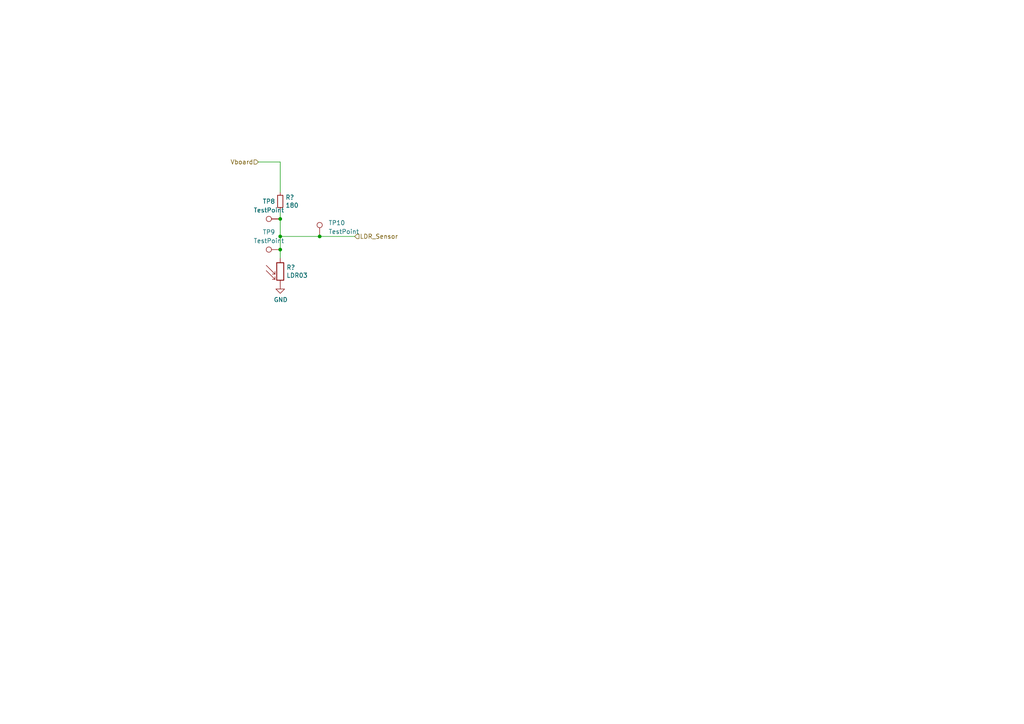
<source format=kicad_sch>
(kicad_sch (version 20230121) (generator eeschema)
  (paper "A4")
  (title_block (title "Analogue Sensor") (date "2023-03-04") (rev "Rev1") (company "UCT") (comment 1 "EEE3088F"))
  (lib_symbols
    (symbol "Connector:TestPoint" (pin_numbers hide) (pin_names (offset 0.762) hide)
      (property "Reference" "TP" (at 0 6.858 0))
      (property "Value" "TestPoint" (at 0 5.08 0))
      (symbol "TestPoint_0_1"
        (circle (center 0 3.302) (radius 0.762))
      )
      (symbol "TestPoint_1_1"
        (pin passive line (at 0 0 90) (length 2.54) (name "1") (number "1"))
      )
    )
    (symbol "Device:R_Small" (pin_numbers hide) (pin_names (offset 0.254) hide)
      (property "Reference" "R" (at 0.762 0.508 0))
      (property "Value" "R_Small" (at 0.762 -1.016 0))
      (symbol "R_Small_0_1"
        (rectangle (start -0.762 1.778) (end 0.762 -1.778) (stroke (width 0.2032)))
      )
      (symbol "R_Small_1_1"
        (pin passive line (at 0 2.54 270) (length 0.762) (name "~") (number "1"))
        (pin passive line (at 0 -2.54 90) (length 0.762) (name "~") (number "2"))
      )
    )
    (symbol "Sensor_Optical:LDR03" (pin_numbers hide) (pin_names (offset 0))
      (property "Reference" "R" (at -5.08 0 90))
      (property "Value" "LDR03" (at 1.905 0 90))
      (symbol "LDR03_0_1"
        (rectangle (start -1.016 2.54) (end 1.016 -2.54) (stroke (width 0.254)))
        (polyline (pts (xy -1.524 -2.286) (xy -4.064 0.254)))
        (polyline (pts (xy -1.524 -2.286) (xy -2.286 -2.286)))
        (polyline (pts (xy -1.524 -2.286) (xy -1.524 -1.524)))
        (polyline (pts (xy -1.524 -0.762) (xy -4.064 1.778)))
        (polyline (pts (xy -1.524 -0.762) (xy -2.286 -0.762)))
        (polyline (pts (xy -1.524 -0.762) (xy -1.524 0)))
      )
      (symbol "LDR03_1_1"
        (pin passive line (at 0 3.81 270) (length 1.27) (name "~") (number "1"))
        (pin passive line (at 0 -3.81 90) (length 1.27) (name "~") (number "2"))
      )
    )
    (symbol "power:GND" (power) (pin_names (offset 0))
      (property "Value" "GND" (at 0 -3.81 0))
      (symbol "GND_0_1"
        (polyline (pts (xy 0 0) (xy 0 -1.27) (xy 1.27 -1.27) (xy 0 -2.54) (xy -1.27 -1.27) (xy 0 -1.27)))
      )
      (symbol "GND_1_1"
        (pin power_in line (at 0 0 270) (length 0) hide (name "GND") (number "1"))
      )
    )
  )
  (junction (at 81.28 68.58))
  (junction (at 92.71 68.58))
  (junction (at 81.28 72.39))
  (junction (at 81.28 63.5))
  (wire (pts (xy 81.28 60.96) (xy 81.28 63.5)))
  (wire (pts (xy 81.28 46.99) (xy 81.28 55.88)))
  (wire (pts (xy 81.28 72.39) (xy 81.28 74.93)))
  (wire (pts (xy 92.71 68.58) (xy 102.87 68.58)))
  (wire (pts (xy 74.93 46.99) (xy 81.28 46.99)))
  (wire (pts (xy 81.28 68.58) (xy 92.71 68.58)))
  (wire (pts (xy 81.28 68.58) (xy 81.28 72.39)))
  (wire (pts (xy 81.28 63.5) (xy 81.28 68.58)))
  (hierarchical_label "LDR_Sensor" (shape input) (at 102.87 68.58 0))
  (hierarchical_label "Vboard" (shape input) (at 74.93 46.99 180))
  (symbol (lib_id "Device:R_Small") (at 81.28 58.42 0) (unit 1)
    (property "Reference" "R?" (at 82.7786 57.2516 0) (effects (justify left)))
    (property "Value" "180" (at 82.7786 59.563 0) (effects (justify left)))
    (property "Footprint" "Resistor_SMD:R_0201_0603Metric" (effects hide))
    (property "Populate" "Yes" (effects hide))
    (property "Price" "0.0017" (effects hide))
    (property "Price ( 1 board)" "0.0017" (effects hide))
    (property "Price (5 boards)" "0.0085" (effects hide))
    (property "JLCPCB Part #" "C22828" (effects hide))
    (instances (project "Sensors" (path "" (reference "R?") (unit 1))) (project "FullSchematic" (path "" (reference "R11") (unit 1))))
  )
  (symbol (lib_id "Sensor_Optical:LDR03") (at 81.28 78.74 0) (unit 1)
    (property "Reference" "R?" (at 83.058 77.5716 0) (effects (justify left)))
    (property "Value" "LDR03" (at 83.058 79.883 0) (effects (justify left)))
    (property "Footprint" "OptoDevice:R_LDR_5.0x4.1mm_P3mm_Vertical" (effects hide))
    (property "Datasheet" "http://www.elektronica-componenten.nl/WebRoot/StoreNL/Shops/61422969/54F1/BA0C/C664/31B9/2173/C0A8/2AB9/2AEF/LDR03IMP.pdf" (effects hide))
    (property "Populate" "Yes" (effects hide))
    (property "Price" "0.04" (effects hide))
    (property "Price ( 1 board)" "0.04" (effects hide))
    (property "Price (5 boards)" "0.2" (effects hide))
    (property "JLCPCB Part #" "C125627" (effects hide))
    (instances (project "Sensors" (path "" (reference "R?") (unit 1))) (project "FullSchematic" (path "" (reference "R12") (unit 1))))
  )
  (symbol (lib_id "power:GND") (at 81.28 82.55 0) (unit 1)
    (property "Reference" "#PWR?" (effects hide))
    (property "Value" "GND" (at 81.407 86.9442 0))
    (instances (project "Sensors" (path "" (reference "#PWR?") (unit 1))) (project "FullSchematic" (path "" (reference "#PWR0105") (unit 1))))
  )
  (symbol (lib_id "Connector:TestPoint") (at 81.28 63.5 90) (unit 1)
    (property "Reference" "TP8" (at 77.978 58.42 90))
    (property "Value" "TestPoint" (at 77.978 60.96 90))
    (property "Footprint" "TestPoint:TestPoint_Pad_D2.0mm" (effects hide))
    (property "Price" "$0" (effects hide))
    (property "Price ( 1 board)" "0" (effects hide))
    (property "Price (5 boards)" "0" (effects hide))
  )
  (symbol (lib_id "Connector:TestPoint") (at 81.28 72.39 90) (unit 1)
    (property "Reference" "TP9" (at 77.978 67.31 90))
    (property "Value" "TestPoint" (at 77.978 69.85 90))
    (property "Footprint" "TestPoint:TestPoint_Pad_D2.0mm" (effects hide))
    (property "Price" "$0" (effects hide))
    (property "Price ( 1 board)" "0" (effects hide))
    (property "Price (5 boards)" "0" (effects hide))
  )
  (symbol (lib_id "Connector:TestPoint") (at 92.71 68.58 0) (unit 1)
    (property "Reference" "TP10" (at 95.25 64.643 0) (effects (justify left)))
    (property "Value" "TestPoint" (at 95.25 67.183 0) (effects (justify left)))
    (property "Footprint" "TestPoint:TestPoint_Pad_D2.0mm" (effects hide))
    (property "Price" "$0" (effects hide))
    (property "Price ( 1 board)" "0" (effects hide))
    (property "Price (5 boards)" "0" (effects hide))
  )
)
</source>
